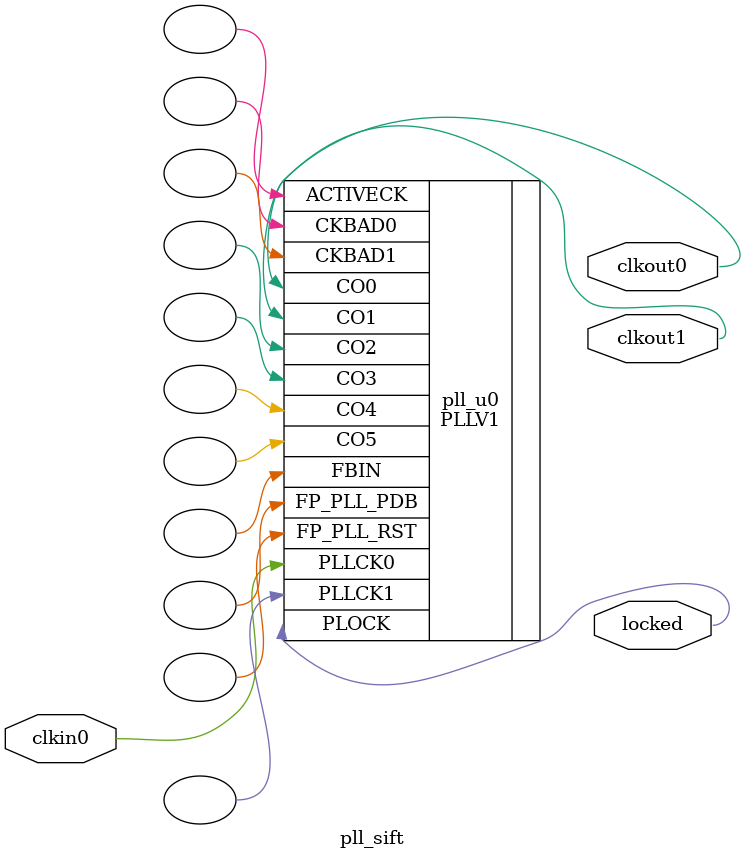
<source format=v>

module pll_sift(
    clkin0,
    clkout0,
    clkout1,
    locked
);

input clkin0;
output clkout0;
output clkout1;
output locked;

PLLV1 #(
        .CFG_SEL_FBPATH (1'b0),
        .pll_sel ("auto"),
        .input_freq ("25.00"),
        .CFG_CKSEL (1'b0),
        .CFG_CK_SWITCH_EN (1'b0),
        .CFG_DIVN (8'b00000000),
        .CFG_DIVM (8'b00100111),
        .CFG_DIVFB (1'b0),
        .CFG_LPF (3'b011),
        .CFG_CPSEL_CR (3'b011),
        .CFG_CPSEL_FN (7'b0100111),
        .CFG_CP_AUTO_ENB (1'b0),
        .CFG_RST_REG_ENB (1'b0),
        .CFG_CALIB_EN (1'b1),
        .CFG_CALIB_RSTN (1'b1),
        .CFG_CALIB_MANUAL (4'b1000),
        .CFG_CALIB_WIN (2'b00),
        .CFG_CALIB_DIV (8'b00011001),
        .CFG_CALIB_16_32U (1'b0),
        .CFG_BP_VDOUT (1'b0),
        .CFG_LKD_MUX (1'b0),
        .CFG_FORCE_LOCK (1'b0),
        .CFG_FLDD (2'b11),
        .CFG_ATEST_EN (1'b0),
        .CFG_DTEST_EN (1'b0),
        .CFG_ATEST_SEL (1'b0),
        .CFG_DTEST_SEL (1'b0),
        .CFG_VCO_INI_SEL (1'b0),
        .CFG_LKD_TOL (1'b0),
        .CFG_LKD_HOLD (1'b0),
        .CFG_VRSEL (2'b01),
        .CFG_BK (4'b0000),
        .CFG_SSEN (1'b0),
        .CFG_SSDIVH (2'b00),
        .CFG_SSDIVL (8'b11111001),
        .CFG_SSRG (2'b01),
        .CFG_PSSEL (6'b000000),
        .CFG_MKEN0 (1'b1),
        .CFG_MKEN1 (1'b1),
        .CFG_MKEN2 (1'b0),
        .CFG_MKEN3 (1'b0),
        .CFG_MKEN4 (1'b0),
        .CFG_MKEN5 (1'b0),
        .CFG_BPS0 (1'b0),
        .CFG_BPS1 (1'b0),
        .CFG_BPS2 (1'b0),
        .CFG_BPS3 (1'b0),
        .CFG_BPS4 (1'b0),
        .CFG_BPS5 (1'b0),
        .CFG_DIVC0 (8'b00001001),
        .CFG_DIVC1 (8'b00100111),
        .CFG_DIVC2 (8'b00001000),
        .CFG_DIVC3 (8'b00001000),
        .CFG_DIVC4 (8'b00001000),
        .CFG_DIVC5 (8'b00001000),
        .CFG_CO0DLY (8'b00000000),
        .CFG_CO1DLY (8'b00000000),
        .CFG_CO2DLY (8'b00000000),
        .CFG_CO3DLY (8'b00000000),
        .CFG_CO4DLY (8'b00000000),
        .CFG_CO5DLY (8'b00000000),
        .CFG_P0SEL (3'b000),
        .CFG_P1SEL (3'b000),
        .CFG_P2SEL (3'b000),
        .CFG_P3SEL (3'b000),
        .CFG_P4SEL (3'b000),
        .CFG_P5SEL (3'b000),
        .CFG_PFBSEL (3'b000),
        .CFG_RSTPLL_SEL (2'b01),
        .CFG_PPDB_SEL (2'b01),
        .CFG_LOCK_GATE (1'b1),
        .CFG_FRAC (3'b000),
        .CFG_FP_EN (1'b0)
)
pll_u0 (
        .PLLCK0 (clkin0),
        .PLLCK1 (),
        .FBIN (),
        .FP_PLL_PDB (),
        .FP_PLL_RST (),
        .ACTIVECK (),
        .CKBAD0 (),
        .CKBAD1 (),
        .CO0 (clkout0),
        .CO1 (clkout1),
        .CO2 (),
        .CO3 (),
        .CO4 (),
        .CO5 (),
        .PLOCK (locked)
);

endmodule

// ============================================================
//                  pll Setting
//
// Warning: This part is read by Fuxi, please don't modify it.
// ============================================================
// Device          : P1P060N0V324C7
// Module          : pll_sift
// IP core         : pll
// IP Version      : 1

// AutoSwitch      : false
// BandWidth       : Medium
// Bypass0         : false
// Bypass1         : false
// Bypass2         : false
// Bypass3         : false
// Bypass4         : false
// Bypass5         : false
// C0              : 9
// C1              : 39
// C2              : 8
// C3              : 8
// C4              : 8
// C5              : 8
// Clkin0Enable    : true
// Clkin1Enable    : false
// ClkinDefault    : 0
// Clkout0UseFrac  : false
// ClkoutNum       : 2
// Delay0          : 0
// Delay1          : 0
// Delay2          : 0
// Delay3          : 0
// Delay4          : 0
// Delay5          : 0
// DelayUnit       : degree
// DeskewMode      : None
// DynPhaseShift0  : false
// DynPhaseShift1  : false
// DynPhaseShift2  : false
// DynPhaseShift3  : false
// DynPhaseShift4  : false
// DynPhaseShift5  : false
// Enable0         : true
// Enable1         : true
// Enable2         : false
// Enable3         : false
// Enable4         : false
// Enable5         : false
// ForceLocked     : false
// GclkCcbEnable   : false
// InputFreq       : 25
// M               : 39
// N               : 0
// Phase0          : 0
// Phase1          : 0
// Phase2          : 0
// Phase3          : 0
// Phase4          : 0
// Phase5          : 0
// PllLocation     : auto
// PortActiveck    : false
// PortCkbad0      : false
// PortCkbad1      : false
// PortLocked      : true
// PowerMode       : always_on
// ResetMode       : ccb
// Simulation Files: 
// SpreadDivH      : 0
// SpreadDivL      : 249
// SpreadEnable    : false
// SpreadRatio     : 1
// Synthesis Files : 
// UseLockGate     : false
// VcoCalibration  : true
// VcoDivide       : 0

</source>
